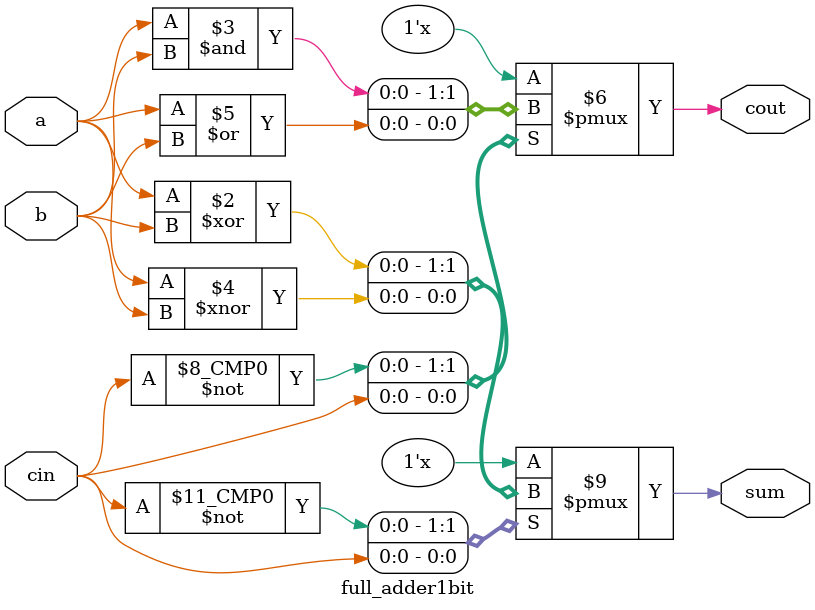
<source format=v>
module adder100i_module( 
   input [99:0] a, b,
   input cin,
   output reg [99:0] cout,
   output reg [99:0] sum 
);
   genvar i;
   full_adder1bit fa1( a[0], b[0], cin, cout[0], sum[0] );
    
	generate
		for(i=1; i<$bits(a); i=i+1) begin : fa_block
			full_adder1bit fa( a[i], b[i], cout[i-1], cout[i], sum[i] );
		end
	endgenerate          
endmodule

module full_adder1bit( input a, input b, input cin, output reg cout, output reg sum );
    always @(*) begin
		case (cin)
			1'b0 : begin 
				sum = a ^ b;
            cout = a & b;
         end
         1'b1 : begin
            sum = a ~^ b;
            cout = a | b;
         end
		endcase
   end
endmodule 
</source>
